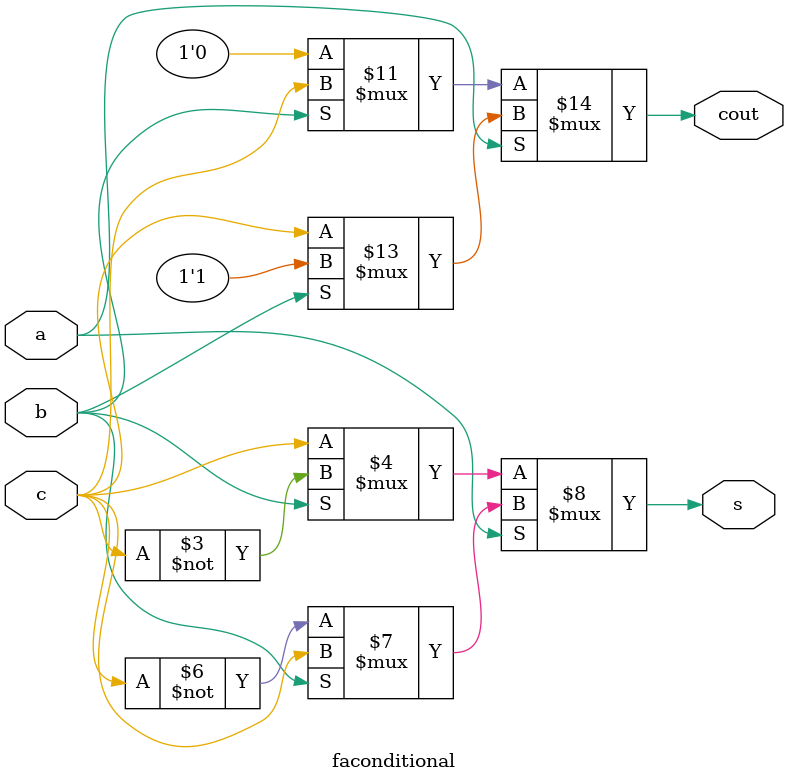
<source format=v>
module faconditional(
input a,b,c,
output s,cout);

assign s=(a==0)?((b==0)?c:~c):
                (b==0)?~c:c;
assign cout=(a==0)?((b==0)?1'b0:c):
                   (b==0)?c:1'b1;
       
endmodule


</source>
